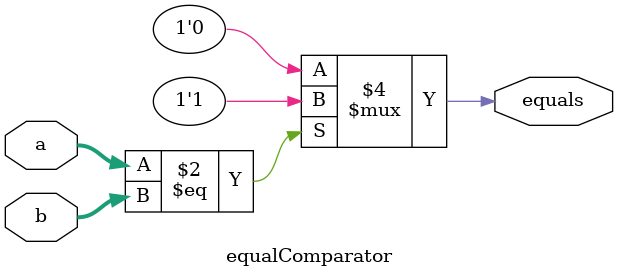
<source format=sv>
module equalComparator #(parameter M = 5)(input wire [M-1:0] a, input wire [M-1:0] b, output reg equals);

	always @* begin
		if (a == b) begin
        equals = 1;
      end
      else begin
        equals = 0;
      end
    end
	 
endmodule 
</source>
